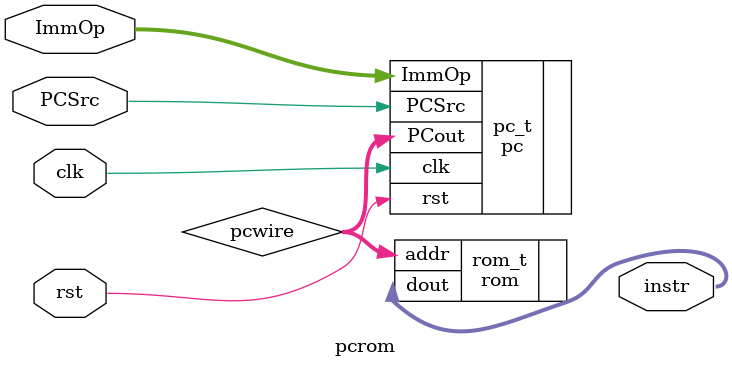
<source format=sv>
module pcrom#(
    parameter DATA_WIDTH = 32
)(
    input logic                     clk,
    input logic                     rst,
    input logic                     PCSrc,
    input logic [DATA_WIDTH-1:0]    ImmOp,
    output logic [DATA_WIDTH-1:0]   instr
);

logic [DATA_WIDTH-1:0]      pcwire;

pc pc_t(
    .clk(clk),
    .rst(rst),
    .PCSrc(PCSrc),
    .ImmOp(ImmOp),
    .PCout(pcwire)
);

rom rom_t(
    .addr(pcwire),
    .dout(instr)
);

endmodule

</source>
